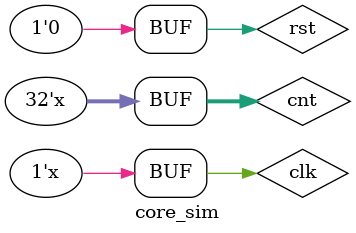
<source format=v>
`timescale 1ns / 1ps

module core_sim;
    reg clk, rst, int;
    reg[31:0] cnt;

    RV32core core(
        .debug_en(1'b0),
        .debug_step(1'b0),
        .debug_addr(7'b0),
        .debug_data(),
        .clk(clk),
        .rst(rst),
        .interrupter(int)
    );

    initial begin
        clk = 0;
        rst = 1;
        int = 0;
        cnt = 0;
        #2 rst = 0;
    end
    always #1 begin 
        clk = ~clk;
        cnt = cnt + 1;
        if(cnt == 33) int = 1;
        else if(cnt == 38) int = 0;
    end

endmodule
</source>
